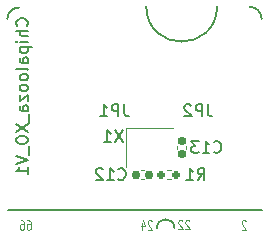
<source format=gbo>
%TF.GenerationSoftware,KiCad,Pcbnew,8.0.8*%
%TF.CreationDate,2025-02-15T11:44:30-05:00*%
%TF.ProjectId,caravel-M.2-card-QFN,63617261-7665-46c2-9d4d-2e322d636172,1*%
%TF.SameCoordinates,Original*%
%TF.FileFunction,Legend,Bot*%
%TF.FilePolarity,Positive*%
%FSLAX46Y46*%
G04 Gerber Fmt 4.6, Leading zero omitted, Abs format (unit mm)*
G04 Created by KiCad (PCBNEW 8.0.8) date 2025-02-15 11:44:30*
%MOMM*%
%LPD*%
G01*
G04 APERTURE LIST*
G04 Aperture macros list*
%AMRoundRect*
0 Rectangle with rounded corners*
0 $1 Rounding radius*
0 $2 $3 $4 $5 $6 $7 $8 $9 X,Y pos of 4 corners*
0 Add a 4 corners polygon primitive as box body*
4,1,4,$2,$3,$4,$5,$6,$7,$8,$9,$2,$3,0*
0 Add four circle primitives for the rounded corners*
1,1,$1+$1,$2,$3*
1,1,$1+$1,$4,$5*
1,1,$1+$1,$6,$7*
1,1,$1+$1,$8,$9*
0 Add four rect primitives between the rounded corners*
20,1,$1+$1,$2,$3,$4,$5,0*
20,1,$1+$1,$4,$5,$6,$7,0*
20,1,$1+$1,$6,$7,$8,$9,0*
20,1,$1+$1,$8,$9,$2,$3,0*%
%AMFreePoly0*
4,1,6,0.300000,0.000000,0.400000,-0.300000,-0.300000,-0.300000,-0.300000,0.300000,0.400000,0.300000,0.300000,0.000000,0.300000,0.000000,$1*%
%AMFreePoly1*
4,1,6,0.250000,-0.300000,-0.250000,-0.300000,-0.350000,0.000000,-0.250000,0.300000,0.250000,0.300000,0.250000,-0.300000,0.250000,-0.300000,$1*%
G04 Aperture macros list end*
%ADD10C,0.127000*%
%ADD11C,0.100000*%
%ADD12C,0.150000*%
%ADD13C,0.120000*%
%ADD14R,0.350000X1.950000*%
%ADD15C,5.703200*%
%ADD16C,1.500000*%
%ADD17FreePoly0,270.000000*%
%ADD18FreePoly1,270.000000*%
%ADD19RoundRect,0.155000X-0.155000X0.212500X-0.155000X-0.212500X0.155000X-0.212500X0.155000X0.212500X0*%
%ADD20R,1.600000X1.250000*%
%ADD21RoundRect,0.160000X0.197500X0.160000X-0.197500X0.160000X-0.197500X-0.160000X0.197500X-0.160000X0*%
%ADD22RoundRect,0.155000X-0.212500X-0.155000X0.212500X-0.155000X0.212500X0.155000X-0.212500X0.155000X0*%
G04 APERTURE END LIST*
D10*
X64325776Y-22343075D02*
X64373396Y-22295456D01*
X64373396Y-22295456D02*
X64421015Y-22152599D01*
X64421015Y-22152599D02*
X64421015Y-22057361D01*
X64421015Y-22057361D02*
X64373396Y-21914504D01*
X64373396Y-21914504D02*
X64278157Y-21819266D01*
X64278157Y-21819266D02*
X64182919Y-21771647D01*
X64182919Y-21771647D02*
X63992443Y-21724028D01*
X63992443Y-21724028D02*
X63849586Y-21724028D01*
X63849586Y-21724028D02*
X63659110Y-21771647D01*
X63659110Y-21771647D02*
X63563872Y-21819266D01*
X63563872Y-21819266D02*
X63468634Y-21914504D01*
X63468634Y-21914504D02*
X63421015Y-22057361D01*
X63421015Y-22057361D02*
X63421015Y-22152599D01*
X63421015Y-22152599D02*
X63468634Y-22295456D01*
X63468634Y-22295456D02*
X63516253Y-22343075D01*
X64421015Y-22771647D02*
X63421015Y-22771647D01*
X64421015Y-23200218D02*
X63897205Y-23200218D01*
X63897205Y-23200218D02*
X63801967Y-23152599D01*
X63801967Y-23152599D02*
X63754348Y-23057361D01*
X63754348Y-23057361D02*
X63754348Y-22914504D01*
X63754348Y-22914504D02*
X63801967Y-22819266D01*
X63801967Y-22819266D02*
X63849586Y-22771647D01*
X64421015Y-23676409D02*
X63754348Y-23676409D01*
X63421015Y-23676409D02*
X63468634Y-23628790D01*
X63468634Y-23628790D02*
X63516253Y-23676409D01*
X63516253Y-23676409D02*
X63468634Y-23724028D01*
X63468634Y-23724028D02*
X63421015Y-23676409D01*
X63421015Y-23676409D02*
X63516253Y-23676409D01*
X63754348Y-24152599D02*
X64754348Y-24152599D01*
X63801967Y-24152599D02*
X63754348Y-24247837D01*
X63754348Y-24247837D02*
X63754348Y-24438313D01*
X63754348Y-24438313D02*
X63801967Y-24533551D01*
X63801967Y-24533551D02*
X63849586Y-24581170D01*
X63849586Y-24581170D02*
X63944824Y-24628789D01*
X63944824Y-24628789D02*
X64230538Y-24628789D01*
X64230538Y-24628789D02*
X64325776Y-24581170D01*
X64325776Y-24581170D02*
X64373396Y-24533551D01*
X64373396Y-24533551D02*
X64421015Y-24438313D01*
X64421015Y-24438313D02*
X64421015Y-24247837D01*
X64421015Y-24247837D02*
X64373396Y-24152599D01*
X64421015Y-25485932D02*
X63897205Y-25485932D01*
X63897205Y-25485932D02*
X63801967Y-25438313D01*
X63801967Y-25438313D02*
X63754348Y-25343075D01*
X63754348Y-25343075D02*
X63754348Y-25152599D01*
X63754348Y-25152599D02*
X63801967Y-25057361D01*
X64373396Y-25485932D02*
X64421015Y-25390694D01*
X64421015Y-25390694D02*
X64421015Y-25152599D01*
X64421015Y-25152599D02*
X64373396Y-25057361D01*
X64373396Y-25057361D02*
X64278157Y-25009742D01*
X64278157Y-25009742D02*
X64182919Y-25009742D01*
X64182919Y-25009742D02*
X64087681Y-25057361D01*
X64087681Y-25057361D02*
X64040062Y-25152599D01*
X64040062Y-25152599D02*
X64040062Y-25390694D01*
X64040062Y-25390694D02*
X63992443Y-25485932D01*
X64421015Y-26104980D02*
X64373396Y-26009742D01*
X64373396Y-26009742D02*
X64278157Y-25962123D01*
X64278157Y-25962123D02*
X63421015Y-25962123D01*
X64421015Y-26628790D02*
X64373396Y-26533552D01*
X64373396Y-26533552D02*
X64325776Y-26485933D01*
X64325776Y-26485933D02*
X64230538Y-26438314D01*
X64230538Y-26438314D02*
X63944824Y-26438314D01*
X63944824Y-26438314D02*
X63849586Y-26485933D01*
X63849586Y-26485933D02*
X63801967Y-26533552D01*
X63801967Y-26533552D02*
X63754348Y-26628790D01*
X63754348Y-26628790D02*
X63754348Y-26771647D01*
X63754348Y-26771647D02*
X63801967Y-26866885D01*
X63801967Y-26866885D02*
X63849586Y-26914504D01*
X63849586Y-26914504D02*
X63944824Y-26962123D01*
X63944824Y-26962123D02*
X64230538Y-26962123D01*
X64230538Y-26962123D02*
X64325776Y-26914504D01*
X64325776Y-26914504D02*
X64373396Y-26866885D01*
X64373396Y-26866885D02*
X64421015Y-26771647D01*
X64421015Y-26771647D02*
X64421015Y-26628790D01*
X64421015Y-27533552D02*
X64373396Y-27438314D01*
X64373396Y-27438314D02*
X64325776Y-27390695D01*
X64325776Y-27390695D02*
X64230538Y-27343076D01*
X64230538Y-27343076D02*
X63944824Y-27343076D01*
X63944824Y-27343076D02*
X63849586Y-27390695D01*
X63849586Y-27390695D02*
X63801967Y-27438314D01*
X63801967Y-27438314D02*
X63754348Y-27533552D01*
X63754348Y-27533552D02*
X63754348Y-27676409D01*
X63754348Y-27676409D02*
X63801967Y-27771647D01*
X63801967Y-27771647D02*
X63849586Y-27819266D01*
X63849586Y-27819266D02*
X63944824Y-27866885D01*
X63944824Y-27866885D02*
X64230538Y-27866885D01*
X64230538Y-27866885D02*
X64325776Y-27819266D01*
X64325776Y-27819266D02*
X64373396Y-27771647D01*
X64373396Y-27771647D02*
X64421015Y-27676409D01*
X64421015Y-27676409D02*
X64421015Y-27533552D01*
X63754348Y-28200219D02*
X63754348Y-28724028D01*
X63754348Y-28724028D02*
X64421015Y-28200219D01*
X64421015Y-28200219D02*
X64421015Y-28724028D01*
X64421015Y-29533552D02*
X63897205Y-29533552D01*
X63897205Y-29533552D02*
X63801967Y-29485933D01*
X63801967Y-29485933D02*
X63754348Y-29390695D01*
X63754348Y-29390695D02*
X63754348Y-29200219D01*
X63754348Y-29200219D02*
X63801967Y-29104981D01*
X64373396Y-29533552D02*
X64421015Y-29438314D01*
X64421015Y-29438314D02*
X64421015Y-29200219D01*
X64421015Y-29200219D02*
X64373396Y-29104981D01*
X64373396Y-29104981D02*
X64278157Y-29057362D01*
X64278157Y-29057362D02*
X64182919Y-29057362D01*
X64182919Y-29057362D02*
X64087681Y-29104981D01*
X64087681Y-29104981D02*
X64040062Y-29200219D01*
X64040062Y-29200219D02*
X64040062Y-29438314D01*
X64040062Y-29438314D02*
X63992443Y-29533552D01*
X64516253Y-29771648D02*
X64516253Y-30533552D01*
X63421015Y-30676410D02*
X64421015Y-31343076D01*
X63421015Y-31343076D02*
X64421015Y-30676410D01*
X63421015Y-31914505D02*
X63421015Y-32104981D01*
X63421015Y-32104981D02*
X63468634Y-32200219D01*
X63468634Y-32200219D02*
X63563872Y-32295457D01*
X63563872Y-32295457D02*
X63754348Y-32343076D01*
X63754348Y-32343076D02*
X64087681Y-32343076D01*
X64087681Y-32343076D02*
X64278157Y-32295457D01*
X64278157Y-32295457D02*
X64373396Y-32200219D01*
X64373396Y-32200219D02*
X64421015Y-32104981D01*
X64421015Y-32104981D02*
X64421015Y-31914505D01*
X64421015Y-31914505D02*
X64373396Y-31819267D01*
X64373396Y-31819267D02*
X64278157Y-31724029D01*
X64278157Y-31724029D02*
X64087681Y-31676410D01*
X64087681Y-31676410D02*
X63754348Y-31676410D01*
X63754348Y-31676410D02*
X63563872Y-31724029D01*
X63563872Y-31724029D02*
X63468634Y-31819267D01*
X63468634Y-31819267D02*
X63421015Y-31914505D01*
X64516253Y-32533553D02*
X64516253Y-33295457D01*
X63421015Y-33390696D02*
X64421015Y-33724029D01*
X64421015Y-33724029D02*
X63421015Y-34057362D01*
X64421015Y-34914505D02*
X64421015Y-34343077D01*
X64421015Y-34628791D02*
X63421015Y-34628791D01*
X63421015Y-34628791D02*
X63563872Y-34533553D01*
X63563872Y-34533553D02*
X63659110Y-34438315D01*
X63659110Y-34438315D02*
X63706729Y-34343077D01*
D11*
X64394211Y-38796895D02*
X64508496Y-38796895D01*
X64508496Y-38796895D02*
X64565639Y-38834990D01*
X64565639Y-38834990D02*
X64594211Y-38873085D01*
X64594211Y-38873085D02*
X64651353Y-38987371D01*
X64651353Y-38987371D02*
X64679925Y-39139752D01*
X64679925Y-39139752D02*
X64679925Y-39444514D01*
X64679925Y-39444514D02*
X64651353Y-39520704D01*
X64651353Y-39520704D02*
X64622782Y-39558800D01*
X64622782Y-39558800D02*
X64565639Y-39596895D01*
X64565639Y-39596895D02*
X64451353Y-39596895D01*
X64451353Y-39596895D02*
X64394211Y-39558800D01*
X64394211Y-39558800D02*
X64365639Y-39520704D01*
X64365639Y-39520704D02*
X64337068Y-39444514D01*
X64337068Y-39444514D02*
X64337068Y-39254038D01*
X64337068Y-39254038D02*
X64365639Y-39177847D01*
X64365639Y-39177847D02*
X64394211Y-39139752D01*
X64394211Y-39139752D02*
X64451353Y-39101657D01*
X64451353Y-39101657D02*
X64565639Y-39101657D01*
X64565639Y-39101657D02*
X64622782Y-39139752D01*
X64622782Y-39139752D02*
X64651353Y-39177847D01*
X64651353Y-39177847D02*
X64679925Y-39254038D01*
X63822782Y-38796895D02*
X63937067Y-38796895D01*
X63937067Y-38796895D02*
X63994210Y-38834990D01*
X63994210Y-38834990D02*
X64022782Y-38873085D01*
X64022782Y-38873085D02*
X64079924Y-38987371D01*
X64079924Y-38987371D02*
X64108496Y-39139752D01*
X64108496Y-39139752D02*
X64108496Y-39444514D01*
X64108496Y-39444514D02*
X64079924Y-39520704D01*
X64079924Y-39520704D02*
X64051353Y-39558800D01*
X64051353Y-39558800D02*
X63994210Y-39596895D01*
X63994210Y-39596895D02*
X63879924Y-39596895D01*
X63879924Y-39596895D02*
X63822782Y-39558800D01*
X63822782Y-39558800D02*
X63794210Y-39520704D01*
X63794210Y-39520704D02*
X63765639Y-39444514D01*
X63765639Y-39444514D02*
X63765639Y-39254038D01*
X63765639Y-39254038D02*
X63794210Y-39177847D01*
X63794210Y-39177847D02*
X63822782Y-39139752D01*
X63822782Y-39139752D02*
X63879924Y-39101657D01*
X63879924Y-39101657D02*
X63994210Y-39101657D01*
X63994210Y-39101657D02*
X64051353Y-39139752D01*
X64051353Y-39139752D02*
X64079924Y-39177847D01*
X64079924Y-39177847D02*
X64108496Y-39254038D01*
X74919925Y-38873085D02*
X74891353Y-38834990D01*
X74891353Y-38834990D02*
X74834211Y-38796895D01*
X74834211Y-38796895D02*
X74691353Y-38796895D01*
X74691353Y-38796895D02*
X74634211Y-38834990D01*
X74634211Y-38834990D02*
X74605639Y-38873085D01*
X74605639Y-38873085D02*
X74577068Y-38949276D01*
X74577068Y-38949276D02*
X74577068Y-39025466D01*
X74577068Y-39025466D02*
X74605639Y-39139752D01*
X74605639Y-39139752D02*
X74948496Y-39596895D01*
X74948496Y-39596895D02*
X74577068Y-39596895D01*
X74062782Y-39063561D02*
X74062782Y-39596895D01*
X74205639Y-38758800D02*
X74348496Y-39330228D01*
X74348496Y-39330228D02*
X73977067Y-39330228D01*
X82879925Y-38893085D02*
X82851353Y-38854990D01*
X82851353Y-38854990D02*
X82794211Y-38816895D01*
X82794211Y-38816895D02*
X82651353Y-38816895D01*
X82651353Y-38816895D02*
X82594211Y-38854990D01*
X82594211Y-38854990D02*
X82565639Y-38893085D01*
X82565639Y-38893085D02*
X82537068Y-38969276D01*
X82537068Y-38969276D02*
X82537068Y-39045466D01*
X82537068Y-39045466D02*
X82565639Y-39159752D01*
X82565639Y-39159752D02*
X82908496Y-39616895D01*
X82908496Y-39616895D02*
X82537068Y-39616895D01*
X78089925Y-38863085D02*
X78061353Y-38824990D01*
X78061353Y-38824990D02*
X78004211Y-38786895D01*
X78004211Y-38786895D02*
X77861353Y-38786895D01*
X77861353Y-38786895D02*
X77804211Y-38824990D01*
X77804211Y-38824990D02*
X77775639Y-38863085D01*
X77775639Y-38863085D02*
X77747068Y-38939276D01*
X77747068Y-38939276D02*
X77747068Y-39015466D01*
X77747068Y-39015466D02*
X77775639Y-39129752D01*
X77775639Y-39129752D02*
X78118496Y-39586895D01*
X78118496Y-39586895D02*
X77747068Y-39586895D01*
X77518496Y-38863085D02*
X77489924Y-38824990D01*
X77489924Y-38824990D02*
X77432782Y-38786895D01*
X77432782Y-38786895D02*
X77289924Y-38786895D01*
X77289924Y-38786895D02*
X77232782Y-38824990D01*
X77232782Y-38824990D02*
X77204210Y-38863085D01*
X77204210Y-38863085D02*
X77175639Y-38939276D01*
X77175639Y-38939276D02*
X77175639Y-39015466D01*
X77175639Y-39015466D02*
X77204210Y-39129752D01*
X77204210Y-39129752D02*
X77547067Y-39586895D01*
X77547067Y-39586895D02*
X77175639Y-39586895D01*
D12*
X79672062Y-29007868D02*
X79672062Y-29722153D01*
X79672062Y-29722153D02*
X79719681Y-29865010D01*
X79719681Y-29865010D02*
X79814919Y-29960249D01*
X79814919Y-29960249D02*
X79957776Y-30007868D01*
X79957776Y-30007868D02*
X80053014Y-30007868D01*
X79195871Y-30007868D02*
X79195871Y-29007868D01*
X79195871Y-29007868D02*
X78814919Y-29007868D01*
X78814919Y-29007868D02*
X78719681Y-29055487D01*
X78719681Y-29055487D02*
X78672062Y-29103106D01*
X78672062Y-29103106D02*
X78624443Y-29198344D01*
X78624443Y-29198344D02*
X78624443Y-29341201D01*
X78624443Y-29341201D02*
X78672062Y-29436439D01*
X78672062Y-29436439D02*
X78719681Y-29484058D01*
X78719681Y-29484058D02*
X78814919Y-29531677D01*
X78814919Y-29531677D02*
X79195871Y-29531677D01*
X78243490Y-29103106D02*
X78195871Y-29055487D01*
X78195871Y-29055487D02*
X78100633Y-29007868D01*
X78100633Y-29007868D02*
X77862538Y-29007868D01*
X77862538Y-29007868D02*
X77767300Y-29055487D01*
X77767300Y-29055487D02*
X77719681Y-29103106D01*
X77719681Y-29103106D02*
X77672062Y-29198344D01*
X77672062Y-29198344D02*
X77672062Y-29293582D01*
X77672062Y-29293582D02*
X77719681Y-29436439D01*
X77719681Y-29436439D02*
X78291109Y-30007868D01*
X78291109Y-30007868D02*
X77672062Y-30007868D01*
X72572062Y-29007868D02*
X72572062Y-29722153D01*
X72572062Y-29722153D02*
X72619681Y-29865010D01*
X72619681Y-29865010D02*
X72714919Y-29960249D01*
X72714919Y-29960249D02*
X72857776Y-30007868D01*
X72857776Y-30007868D02*
X72953014Y-30007868D01*
X72095871Y-30007868D02*
X72095871Y-29007868D01*
X72095871Y-29007868D02*
X71714919Y-29007868D01*
X71714919Y-29007868D02*
X71619681Y-29055487D01*
X71619681Y-29055487D02*
X71572062Y-29103106D01*
X71572062Y-29103106D02*
X71524443Y-29198344D01*
X71524443Y-29198344D02*
X71524443Y-29341201D01*
X71524443Y-29341201D02*
X71572062Y-29436439D01*
X71572062Y-29436439D02*
X71619681Y-29484058D01*
X71619681Y-29484058D02*
X71714919Y-29531677D01*
X71714919Y-29531677D02*
X72095871Y-29531677D01*
X70572062Y-30007868D02*
X71143490Y-30007868D01*
X70857776Y-30007868D02*
X70857776Y-29007868D01*
X70857776Y-29007868D02*
X70953014Y-29150725D01*
X70953014Y-29150725D02*
X71048252Y-29245963D01*
X71048252Y-29245963D02*
X71143490Y-29293582D01*
X80181586Y-33012629D02*
X80229205Y-33060249D01*
X80229205Y-33060249D02*
X80372062Y-33107868D01*
X80372062Y-33107868D02*
X80467300Y-33107868D01*
X80467300Y-33107868D02*
X80610157Y-33060249D01*
X80610157Y-33060249D02*
X80705395Y-32965010D01*
X80705395Y-32965010D02*
X80753014Y-32869772D01*
X80753014Y-32869772D02*
X80800633Y-32679296D01*
X80800633Y-32679296D02*
X80800633Y-32536439D01*
X80800633Y-32536439D02*
X80753014Y-32345963D01*
X80753014Y-32345963D02*
X80705395Y-32250725D01*
X80705395Y-32250725D02*
X80610157Y-32155487D01*
X80610157Y-32155487D02*
X80467300Y-32107868D01*
X80467300Y-32107868D02*
X80372062Y-32107868D01*
X80372062Y-32107868D02*
X80229205Y-32155487D01*
X80229205Y-32155487D02*
X80181586Y-32203106D01*
X79229205Y-33107868D02*
X79800633Y-33107868D01*
X79514919Y-33107868D02*
X79514919Y-32107868D01*
X79514919Y-32107868D02*
X79610157Y-32250725D01*
X79610157Y-32250725D02*
X79705395Y-32345963D01*
X79705395Y-32345963D02*
X79800633Y-32393582D01*
X78895871Y-32107868D02*
X78276824Y-32107868D01*
X78276824Y-32107868D02*
X78610157Y-32488820D01*
X78610157Y-32488820D02*
X78467300Y-32488820D01*
X78467300Y-32488820D02*
X78372062Y-32536439D01*
X78372062Y-32536439D02*
X78324443Y-32584058D01*
X78324443Y-32584058D02*
X78276824Y-32679296D01*
X78276824Y-32679296D02*
X78276824Y-32917391D01*
X78276824Y-32917391D02*
X78324443Y-33012629D01*
X78324443Y-33012629D02*
X78372062Y-33060249D01*
X78372062Y-33060249D02*
X78467300Y-33107868D01*
X78467300Y-33107868D02*
X78753014Y-33107868D01*
X78753014Y-33107868D02*
X78848252Y-33060249D01*
X78848252Y-33060249D02*
X78895871Y-33012629D01*
X72448252Y-31207868D02*
X71781586Y-32207868D01*
X71781586Y-31207868D02*
X72448252Y-32207868D01*
X70876824Y-32207868D02*
X71448252Y-32207868D01*
X71162538Y-32207868D02*
X71162538Y-31207868D01*
X71162538Y-31207868D02*
X71257776Y-31350725D01*
X71257776Y-31350725D02*
X71353014Y-31445963D01*
X71353014Y-31445963D02*
X71448252Y-31493582D01*
X78805395Y-35407868D02*
X79138728Y-34931677D01*
X79376823Y-35407868D02*
X79376823Y-34407868D01*
X79376823Y-34407868D02*
X78995871Y-34407868D01*
X78995871Y-34407868D02*
X78900633Y-34455487D01*
X78900633Y-34455487D02*
X78853014Y-34503106D01*
X78853014Y-34503106D02*
X78805395Y-34598344D01*
X78805395Y-34598344D02*
X78805395Y-34741201D01*
X78805395Y-34741201D02*
X78853014Y-34836439D01*
X78853014Y-34836439D02*
X78900633Y-34884058D01*
X78900633Y-34884058D02*
X78995871Y-34931677D01*
X78995871Y-34931677D02*
X79376823Y-34931677D01*
X77853014Y-35407868D02*
X78424442Y-35407868D01*
X78138728Y-35407868D02*
X78138728Y-34407868D01*
X78138728Y-34407868D02*
X78233966Y-34550725D01*
X78233966Y-34550725D02*
X78329204Y-34645963D01*
X78329204Y-34645963D02*
X78424442Y-34693582D01*
X72081586Y-35312629D02*
X72129205Y-35360249D01*
X72129205Y-35360249D02*
X72272062Y-35407868D01*
X72272062Y-35407868D02*
X72367300Y-35407868D01*
X72367300Y-35407868D02*
X72510157Y-35360249D01*
X72510157Y-35360249D02*
X72605395Y-35265010D01*
X72605395Y-35265010D02*
X72653014Y-35169772D01*
X72653014Y-35169772D02*
X72700633Y-34979296D01*
X72700633Y-34979296D02*
X72700633Y-34836439D01*
X72700633Y-34836439D02*
X72653014Y-34645963D01*
X72653014Y-34645963D02*
X72605395Y-34550725D01*
X72605395Y-34550725D02*
X72510157Y-34455487D01*
X72510157Y-34455487D02*
X72367300Y-34407868D01*
X72367300Y-34407868D02*
X72272062Y-34407868D01*
X72272062Y-34407868D02*
X72129205Y-34455487D01*
X72129205Y-34455487D02*
X72081586Y-34503106D01*
X71129205Y-35407868D02*
X71700633Y-35407868D01*
X71414919Y-35407868D02*
X71414919Y-34407868D01*
X71414919Y-34407868D02*
X71510157Y-34550725D01*
X71510157Y-34550725D02*
X71605395Y-34645963D01*
X71605395Y-34645963D02*
X71700633Y-34693582D01*
X70748252Y-34503106D02*
X70700633Y-34455487D01*
X70700633Y-34455487D02*
X70605395Y-34407868D01*
X70605395Y-34407868D02*
X70367300Y-34407868D01*
X70367300Y-34407868D02*
X70272062Y-34455487D01*
X70272062Y-34455487D02*
X70224443Y-34503106D01*
X70224443Y-34503106D02*
X70176824Y-34598344D01*
X70176824Y-34598344D02*
X70176824Y-34693582D01*
X70176824Y-34693582D02*
X70224443Y-34836439D01*
X70224443Y-34836439D02*
X70795871Y-35407868D01*
X70795871Y-35407868D02*
X70176824Y-35407868D01*
X84250000Y-37950000D02*
X62750000Y-37950000D01*
X62687106Y-21787105D02*
G75*
G02*
X63687106Y-20787105I1000003J-3D01*
G01*
X75348336Y-39481664D02*
G75*
G02*
X76851664Y-39481664I751664J0D01*
G01*
X80450000Y-20732406D02*
G75*
G02*
X74450000Y-20732406I-3000000J52406D01*
G01*
X83222895Y-20747104D02*
G75*
G02*
X84222896Y-21747104I5J-999996D01*
G01*
D13*
X77078729Y-32768884D02*
X77078729Y-32537214D01*
X77798729Y-32768884D02*
X77798729Y-32537214D01*
X72738729Y-31003049D02*
X72738729Y-34303049D01*
X76738729Y-31003049D02*
X72738729Y-31003049D01*
X76171108Y-34573048D02*
X76506350Y-34573048D01*
X76171108Y-35333050D02*
X76506350Y-35333050D01*
X74254564Y-34593049D02*
X74022894Y-34593049D01*
X74254564Y-35313049D02*
X74022894Y-35313049D01*
%LPC*%
G36*
X76638729Y-28803049D02*
G01*
X77238729Y-28803049D01*
X77238729Y-30203049D01*
X76638729Y-30203049D01*
X76638729Y-28803049D01*
G37*
G36*
X73438729Y-28803049D02*
G01*
X74038729Y-28803049D01*
X74038729Y-30203049D01*
X73438729Y-30203049D01*
X73438729Y-28803049D01*
G37*
D14*
X82499220Y-40976000D03*
X81998840Y-40976000D03*
X81498460Y-40976000D03*
X80998080Y-40976000D03*
X80497700Y-40976000D03*
X79999860Y-40976000D03*
X79499480Y-40976000D03*
X78999100Y-40976000D03*
X78498720Y-40976000D03*
X77998340Y-40976000D03*
X77497960Y-40976000D03*
X74998600Y-40976000D03*
X74498220Y-40976000D03*
X73997840Y-40976000D03*
X73500000Y-40976000D03*
X73002160Y-40976000D03*
X72501780Y-40976000D03*
X72001400Y-40976000D03*
X71501020Y-40976000D03*
X71000640Y-40976000D03*
X70500260Y-40976000D03*
X70002420Y-40976000D03*
X69502040Y-40976000D03*
X69001660Y-40976000D03*
X68501280Y-40976000D03*
X68000900Y-40976000D03*
X67500520Y-40976000D03*
X67000140Y-40976000D03*
X66502300Y-40976000D03*
X66001920Y-40976000D03*
X65501540Y-40976000D03*
X65001160Y-40976000D03*
X64500780Y-40976000D03*
D15*
X77450000Y-20500000D03*
D16*
X83238729Y-21703049D03*
X83238729Y-26583049D03*
D17*
X76938729Y-29103049D03*
D18*
X76938729Y-29953049D03*
D17*
X73738729Y-29103049D03*
D18*
X73738729Y-29953049D03*
D19*
X77438729Y-32085549D03*
X77438729Y-33220549D03*
D20*
X73738729Y-31853049D03*
X75838729Y-31853049D03*
X75838729Y-33453049D03*
X73738729Y-33453049D03*
D21*
X76936229Y-34953049D03*
X75741229Y-34953049D03*
D22*
X73571229Y-34953049D03*
X74706229Y-34953049D03*
G36*
X83343039Y-40022734D02*
G01*
X83388794Y-40075538D01*
X83400000Y-40127049D01*
X83400000Y-42376000D01*
X83380315Y-42443039D01*
X83327511Y-42488794D01*
X83276000Y-42500000D01*
X76824000Y-42500000D01*
X76756961Y-42480315D01*
X76711206Y-42427511D01*
X76700000Y-42376000D01*
X76700000Y-40127049D01*
X76719685Y-40060010D01*
X76772489Y-40014255D01*
X76824000Y-40003049D01*
X83276000Y-40003049D01*
X83343039Y-40022734D01*
G37*
G36*
X75443039Y-40022734D02*
G01*
X75488794Y-40075538D01*
X75500000Y-40127049D01*
X75500000Y-42376000D01*
X75480315Y-42443039D01*
X75427511Y-42488794D01*
X75376000Y-42500000D01*
X63624000Y-42500000D01*
X63556961Y-42480315D01*
X63511206Y-42427511D01*
X63500000Y-42376000D01*
X63500000Y-40127049D01*
X63519685Y-40060010D01*
X63572489Y-40014255D01*
X63624000Y-40003049D01*
X75376000Y-40003049D01*
X75443039Y-40022734D01*
G37*
%LPD*%
M02*

</source>
